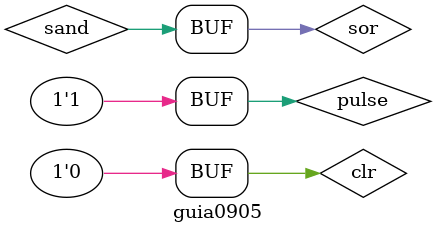
<source format=v>


`include "tff.v"

module guia0905;

reg pulse, clr;
wire a, b, c, d, a1, b1, c1, d1, na, nb, nc, sand, sor;

tff t1 (d, d1, c1, c1, sor);
tff t2 (c, c1, b1, b1, sor);
tff t3 (b, b1, a1, a1, sor);
tff t4 (a, a1, pulse, pulse, sor);
not nota (na, a);
not notb (nb, b);
not notc (nc, c);
and and1 (sand, na, nb, nc, d);
or or1 (sor, sand, clr);

initial begin

$display ("guia0905");
$display ("teste - contador module 8");
$display ("a , b,  c, d");
$monitor ("%b , %b , %b, %b", a, b, c, d);
#1  pulse=1; clr=0;
#1  pulse=0; clr=0;
#1  pulse=1; clr=0;
#1  pulse=0; clr=0;
#1  pulse=1; clr=0;
#1  pulse=0; clr=0;
#1  pulse=1; clr=0;
#1  pulse=0; clr=0;
#1  pulse=1; clr=0;
end


endmodule
</source>
